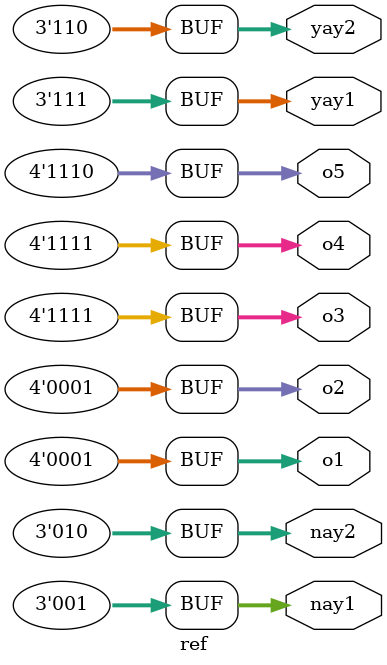
<source format=v>
module GeneratorSigned1(out);
	output wire signed out;
	assign out = 1;
endmodule

module GeneratorUnsigned1(out);
	output wire out;
	assign out = 1;
endmodule

module GeneratorSigned2(out);
	output wire signed [1:0] out;
	assign out = 2;
endmodule

module GeneratorUnsigned2(out);
	output wire [1:0] out;
	assign out = 2;
endmodule

module PassThrough(a, b);
	input wire [3:0] a;
	output wire [3:0] b;
	assign b = a;
endmodule

module act(o1, o2, o3, o4, o5, yay1, nay1, yay2, nay2);
	output wire [3:0] o1, o2, o3, o4, o5;

	// unsigned constant
	PassThrough pt1(1'b1, o1);

	// unsigned wire
	wire tmp2;
	assign tmp2 = 1'sb1;
	PassThrough pt2(tmp2, o2);

	// signed constant
	PassThrough pt3(1'sb1, o3);

	// signed wire
	wire signed tmp4;
	assign tmp4 = 1'sb1;
	PassThrough pt4(tmp4, o4);

	// signed expressions
	wire signed [1:0] tmp5a = 2'b11;
	wire signed [1:0] tmp5b = 2'b01;
	PassThrough pt5(tmp5a ^ tmp5b, o5);

	output wire [2:0] yay1, nay1;
	GeneratorSigned1   os1(yay1);
	GeneratorUnsigned1 ou1(nay1);

	output wire [2:0] yay2, nay2;
	GeneratorSigned2   os2(yay2);
	GeneratorUnsigned2 ou2(nay2);
endmodule

module ref(o1, o2, o3, o4, o5, yay1, nay1, yay2, nay2);
	output wire [3:0] o1, o2, o3, o4, o5;

	assign o1 = 4'b0001;
	assign o2 = 4'b0001;
	assign o3 = 4'b1111;
	assign o4 = 4'b1111;
	assign o5 = 4'b1110;

	output wire [2:0] yay1, nay1;
	assign yay1 = 3'b111;
	assign nay1 = 3'b001;

	output wire [2:0] yay2, nay2;
	assign yay2 = 3'b110;
	assign nay2 = 3'b010;
endmodule

</source>
